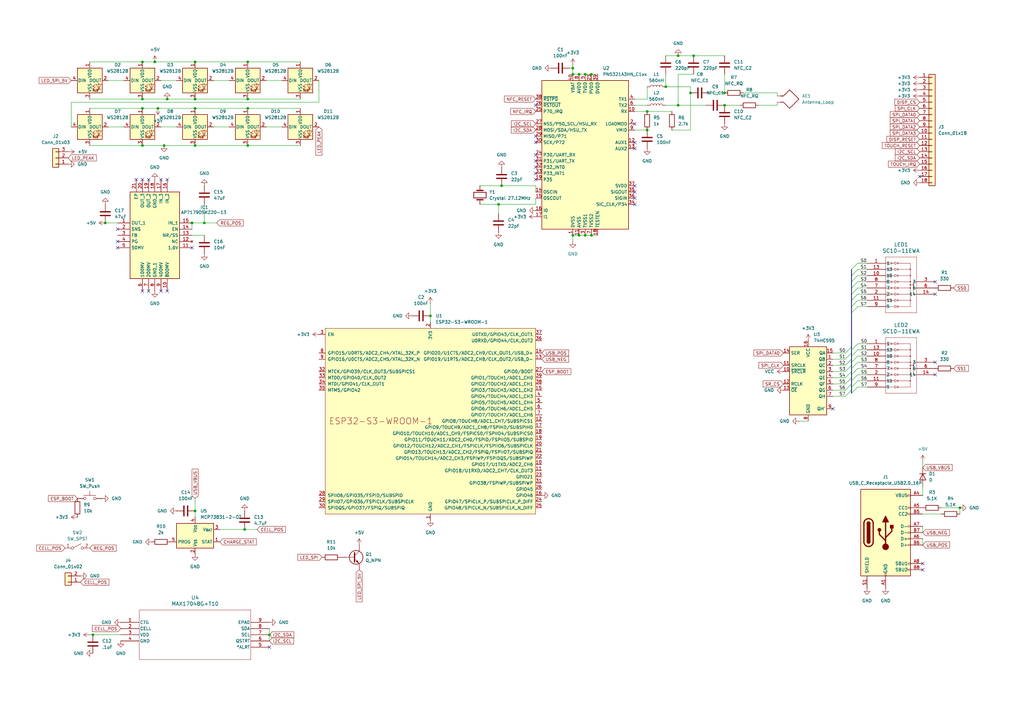
<source format=kicad_sch>
(kicad_sch (version 20250114) (generator "eeschema") (generator_version "9.0")
  (paper "A3")
  (title_block (title "Beacons") (date "2025-07-26") (rev "1.0") (company "Purdue Hackers") (comment 1 "Jack Hogan"))
  (junction (at 278.13 43.18))
  (junction (at 297.18 38.1))
  (junction (at 242.57 96.52))
  (junction (at 58.42 59.69))
  (junction (at 101.6 44.45))
  (junction (at 278.13 22.86))
  (junction (at 265.43 53.34))
  (junction (at 80.01 25.4))
  (junction (at 176.53 129.54))
  (junction (at 393.7 208.28))
  (junction (at 64.77 44.45))
  (junction (at 204.47 83.82))
  (junction (at 83.82 91.44))
  (junction (at 234.95 96.52))
  (junction (at 234.95 30.48))
  (junction (at 237.49 30.48))
  (junction (at 78.74 91.44))
  (junction (at 265.43 45.72))
  (junction (at 110.49 260.35))
  (junction (at 205.74 76.2))
  (junction (at 297.18 43.18))
  (junction (at 58.42 44.45))
  (junction (at 242.57 30.48))
  (junction (at 80.01 209.55))
  (junction (at 80.01 40.64))
  (junction (at 101.6 59.69))
  (junction (at 234.95 27.94))
  (junction (at 100.33 217.17))
  (junction (at 68.58 40.64))
  (junction (at 284.48 22.86))
  (junction (at 58.42 40.64))
  (junction (at 101.6 40.64))
  (junction (at 67.31 59.69))
  (junction (at 237.49 96.52))
  (junction (at 240.03 30.48))
  (junction (at 101.6 25.4))
  (junction (at 38.1 260.35))
  (junction (at 80.01 44.45))
  (junction (at 43.18 91.44))
  (junction (at 80.01 59.69))
  (junction (at 240.03 96.52))
  (junction (at 58.42 25.4))
  (junction (at 63.5 25.4))
  (junction (at 273.05 35.56))
  (junction (at 283.21 38.1))
  (no_connect (at 219.71 73.66))
  (no_connect (at 260.35 50.8))
  (no_connect (at 378.46 231.14))
  (no_connect (at 60.96 73.66))
  (no_connect (at 48.26 93.98))
  (no_connect (at 219.71 71.12))
  (no_connect (at 60.96 119.38))
  (no_connect (at 58.42 73.66))
  (no_connect (at 377.19 72.39))
  (no_connect (at 110.49 265.43))
  (no_connect (at 219.71 55.88))
  (no_connect (at 383.54 120.65))
  (no_connect (at 66.04 119.38))
  (no_connect (at 260.35 76.2))
  (no_connect (at 378.46 233.68))
  (no_connect (at 55.88 73.66))
  (no_connect (at 219.71 58.42))
  (no_connect (at 48.26 99.06))
  (no_connect (at 66.04 73.66))
  (no_connect (at 219.71 68.58))
  (no_connect (at 58.42 119.38))
  (no_connect (at 260.35 60.96))
  (no_connect (at 219.71 66.04))
  (no_connect (at 68.58 119.38))
  (no_connect (at 219.71 43.18))
  (no_connect (at 78.74 101.6))
  (no_connect (at 260.35 78.74))
  (no_connect (at 68.58 73.66))
  (no_connect (at 260.35 81.28))
  (no_connect (at 260.35 58.42))
  (no_connect (at 383.54 153.67))
  (no_connect (at 219.71 63.5))
  (no_connect (at 341.63 167.64))
  (no_connect (at 48.26 101.6))
  (no_connect (at 383.54 148.59))
  (no_connect (at 260.35 83.82))
  (no_connect (at 383.54 115.57))
  (bus_entry (at 349.25 161.29) (size 2.54 -2.54))
  (bus_entry (at 349.25 123.19) (size 2.54 -2.54))
  (bus_entry (at 349.25 152.4) (size -2.54 2.54))
  (bus_entry (at 349.25 154.94) (size -2.54 2.54))
  (bus_entry (at 349.25 144.78) (size -2.54 2.54))
  (bus_entry (at 349.25 115.57) (size 2.54 -2.54))
  (bus_entry (at 349.25 149.86) (size -2.54 2.54))
  (bus_entry (at 349.25 128.27) (size 2.54 -2.54))
  (bus_entry (at 349.25 153.67) (size 2.54 -2.54))
  (bus_entry (at 349.25 160.02) (size -2.54 2.54))
  (bus_entry (at 349.25 143.51) (size 2.54 -2.54))
  (bus_entry (at 349.25 147.32) (size -2.54 2.54))
  (bus_entry (at 349.25 120.65) (size 2.54 -2.54))
  (bus_entry (at 349.25 148.59) (size 2.54 -2.54))
  (bus_entry (at 349.25 156.21) (size 2.54 -2.54))
  (bus_entry (at 349.25 125.73) (size 2.54 -2.54))
  (bus_entry (at 349.25 151.13) (size 2.54 -2.54))
  (bus_entry (at 349.25 118.11) (size 2.54 -2.54))
  (bus_entry (at 349.25 158.75) (size 2.54 -2.54))
  (bus_entry (at 349.25 113.03) (size 2.54 -2.54))
  (bus_entry (at 349.25 110.49) (size 2.54 -2.54))
  (bus_entry (at 349.25 157.48) (size -2.54 2.54))
  (bus_entry (at 349.25 146.05) (size 2.54 -2.54))
  (bus_entry (at 349.25 142.24) (size -2.54 2.54))
  (bus (pts (xy 349.25 158.75) (xy 349.25 160.02)))
  (wire (pts (xy 63.5 25.4) (xy 80.01 25.4)))
  (wire (pts (xy 234.95 30.48) (xy 237.49 30.48)))
  (wire (pts (xy 242.57 96.52) (xy 245.11 96.52)))
  (wire (pts (xy 38.1 260.35) (xy 49.53 260.35)))
  (wire (pts (xy 290.83 38.1) (xy 297.18 38.1)))
  (wire (pts (xy 83.82 83.82) (xy 83.82 91.44)))
  (wire (pts (xy 242.57 30.48) (xy 245.11 30.48)))
  (wire (pts (xy 101.6 25.4) (xy 123.19 25.4)))
  (wire (pts (xy 36.83 59.69) (xy 58.42 59.69)))
  (wire (pts (xy 80.01 40.64) (xy 101.6 40.64)))
  (wire (pts (xy 130.81 33.02) (xy 130.81 41.91)))
  (wire (pts (xy 351.79 115.57) (xy 355.6 115.57)))
  (wire (pts (xy 36.83 44.45) (xy 58.42 44.45)))
  (wire (pts (xy 36.83 260.35) (xy 38.1 260.35)))
  (wire (pts (xy 283.21 38.1) (xy 283.21 35.56)))
  (wire (pts (xy 351.79 125.73) (xy 355.6 125.73)))
  (wire (pts (xy 297.18 30.48) (xy 297.18 38.1)))
  (wire (pts (xy 219.71 83.82) (xy 204.47 83.82)))
  (wire (pts (xy 204.47 83.82) (xy 196.85 83.82)))
  (wire (pts (xy 265.43 45.72) (xy 275.59 45.72)))
  (wire (pts (xy 278.13 30.48) (xy 284.48 30.48)))
  (wire (pts (xy 260.35 40.64) (xy 265.43 40.64)))
  (wire (pts (xy 341.63 144.78) (xy 346.71 144.78)))
  (wire (pts (xy 58.42 59.69) (xy 67.31 59.69)))
  (wire (pts (xy 87.63 52.07) (xy 93.98 52.07)))
  (wire (pts (xy 260.35 53.34) (xy 265.43 53.34)))
  (bus (pts (xy 349.25 118.11) (xy 349.25 120.65)))
  (wire (pts (xy 386.08 208.28) (xy 393.7 208.28)))
  (wire (pts (xy 378.46 220.98) (xy 378.46 223.52)))
  (wire (pts (xy 283.21 53.34) (xy 283.21 38.1)))
  (wire (pts (xy 351.79 110.49) (xy 355.6 110.49)))
  (wire (pts (xy 219.71 81.28) (xy 219.71 83.82)))
  (wire (pts (xy 351.79 118.11) (xy 355.6 118.11)))
  (bus (pts (xy 349.25 149.86) (xy 349.25 151.13)))
  (wire (pts (xy 237.49 30.48) (xy 240.03 30.48)))
  (wire (pts (xy 378.46 199.39) (xy 378.46 203.2)))
  (wire (pts (xy 80.01 204.47) (xy 80.01 209.55)))
  (wire (pts (xy 44.45 52.07) (xy 50.8 52.07)))
  (bus (pts (xy 349.25 148.59) (xy 349.25 149.86)))
  (wire (pts (xy 80.01 25.4) (xy 101.6 25.4)))
  (bus (pts (xy 349.25 153.67) (xy 349.25 154.94)))
  (wire (pts (xy 318.77 43.18) (xy 318.77 41.91)))
  (wire (pts (xy 260.35 45.72) (xy 265.43 45.72)))
  (wire (pts (xy 278.13 22.86) (xy 284.48 22.86)))
  (wire (pts (xy 378.46 189.23) (xy 378.46 191.77)))
  (wire (pts (xy 43.18 91.44) (xy 48.26 91.44)))
  (wire (pts (xy 304.8 38.1) (xy 318.77 38.1)))
  (wire (pts (xy 58.42 40.64) (xy 68.58 40.64)))
  (wire (pts (xy 130.81 41.91) (xy 29.21 41.91)))
  (wire (pts (xy 341.63 157.48) (xy 346.71 157.48)))
  (wire (pts (xy 234.95 26.67) (xy 234.95 27.94)))
  (wire (pts (xy 80.01 209.55) (xy 80.01 212.09)))
  (wire (pts (xy 196.85 76.2) (xy 205.74 76.2)))
  (wire (pts (xy 80.01 59.69) (xy 101.6 59.69)))
  (wire (pts (xy 110.49 257.81) (xy 110.49 260.35)))
  (wire (pts (xy 351.79 146.05) (xy 355.6 146.05)))
  (wire (pts (xy 78.74 96.52) (xy 83.82 96.52)))
  (wire (pts (xy 100.33 217.17) (xy 90.17 217.17)))
  (wire (pts (xy 29.21 41.91) (xy 29.21 52.07)))
  (wire (pts (xy 83.82 91.44) (xy 78.74 91.44)))
  (wire (pts (xy 341.63 147.32) (xy 346.71 147.32)))
  (wire (pts (xy 105.41 217.17) (xy 100.33 217.17)))
  (wire (pts (xy 351.79 107.95) (xy 355.6 107.95)))
  (wire (pts (xy 205.74 76.2) (xy 219.71 76.2)))
  (wire (pts (xy 101.6 59.69) (xy 123.19 59.69)))
  (wire (pts (xy 351.79 143.51) (xy 355.6 143.51)))
  (bus (pts (xy 349.25 160.02) (xy 349.25 161.29)))
  (bus (pts (xy 349.25 115.57) (xy 349.25 118.11)))
  (wire (pts (xy 351.79 158.75) (xy 355.6 158.75)))
  (bus (pts (xy 349.25 156.21) (xy 349.25 157.48)))
  (wire (pts (xy 67.31 59.69) (xy 80.01 59.69)))
  (bus (pts (xy 349.25 120.65) (xy 349.25 123.19)))
  (wire (pts (xy 101.6 44.45) (xy 123.19 44.45)))
  (wire (pts (xy 260.35 43.18) (xy 265.43 43.18)))
  (wire (pts (xy 58.42 25.4) (xy 63.5 25.4)))
  (wire (pts (xy 351.79 156.21) (xy 355.6 156.21)))
  (wire (pts (xy 234.95 96.52) (xy 237.49 96.52)))
  (wire (pts (xy 351.79 151.13) (xy 355.6 151.13)))
  (wire (pts (xy 68.58 40.64) (xy 80.01 40.64)))
  (wire (pts (xy 341.63 162.56) (xy 346.71 162.56)))
  (bus (pts (xy 349.25 152.4) (xy 349.25 153.67)))
  (wire (pts (xy 204.47 87.63) (xy 204.47 83.82)))
  (wire (pts (xy 393.7 208.28) (xy 393.7 210.82)))
  (wire (pts (xy 278.13 43.18) (xy 289.56 43.18)))
  (wire (pts (xy 297.18 43.18) (xy 303.53 43.18)))
  (wire (pts (xy 351.79 120.65) (xy 355.6 120.65)))
  (wire (pts (xy 101.6 40.64) (xy 123.19 40.64)))
  (wire (pts (xy 66.04 52.07) (xy 72.39 52.07)))
  (bus (pts (xy 349.25 113.03) (xy 349.25 115.57)))
  (bus (pts (xy 349.25 147.32) (xy 349.25 148.59)))
  (wire (pts (xy 78.74 91.44) (xy 78.74 93.98)))
  (bus (pts (xy 349.25 157.48) (xy 349.25 158.75)))
  (wire (pts (xy 275.59 53.34) (xy 283.21 53.34)))
  (wire (pts (xy 234.95 27.94) (xy 234.95 30.48)))
  (wire (pts (xy 109.22 33.02) (xy 115.57 33.02)))
  (wire (pts (xy 66.04 33.02) (xy 72.39 33.02)))
  (wire (pts (xy 110.49 260.35) (xy 110.49 262.89)))
  (wire (pts (xy 327.66 172.72) (xy 331.47 172.72)))
  (bus (pts (xy 349.25 151.13) (xy 349.25 152.4)))
  (wire (pts (xy 176.53 129.54) (xy 176.53 132.08)))
  (wire (pts (xy 88.9 91.44) (xy 83.82 91.44)))
  (wire (pts (xy 284.48 22.86) (xy 297.18 22.86)))
  (wire (pts (xy 378.46 210.82) (xy 386.08 210.82)))
  (wire (pts (xy 341.63 149.86) (xy 346.71 149.86)))
  (wire (pts (xy 44.45 33.02) (xy 50.8 33.02)))
  (wire (pts (xy 237.49 96.52) (xy 240.03 96.52)))
  (wire (pts (xy 176.53 124.46) (xy 176.53 129.54)))
  (wire (pts (xy 311.15 43.18) (xy 318.77 43.18)))
  (wire (pts (xy 240.03 30.48) (xy 242.57 30.48)))
  (bus (pts (xy 349.25 142.24) (xy 349.25 143.51)))
  (wire (pts (xy 351.79 153.67) (xy 355.6 153.67)))
  (wire (pts (xy 233.68 27.94) (xy 234.95 27.94)))
  (bus (pts (xy 349.25 125.73) (xy 349.25 128.27)))
  (wire (pts (xy 273.05 43.18) (xy 278.13 43.18)))
  (wire (pts (xy 36.83 40.64) (xy 58.42 40.64)))
  (wire (pts (xy 36.83 25.4) (xy 58.42 25.4)))
  (bus (pts (xy 349.25 144.78) (xy 349.25 146.05)))
  (bus (pts (xy 349.25 143.51) (xy 349.25 144.78)))
  (bus (pts (xy 349.25 123.19) (xy 349.25 125.73)))
  (wire (pts (xy 341.63 160.02) (xy 346.71 160.02)))
  (wire (pts (xy 278.13 43.18) (xy 278.13 30.48)))
  (wire (pts (xy 351.79 123.19) (xy 355.6 123.19)))
  (bus (pts (xy 349.25 110.49) (xy 349.25 113.03)))
  (wire (pts (xy 283.21 35.56) (xy 273.05 35.56)))
  (wire (pts (xy 265.43 40.64) (xy 265.43 35.56)))
  (wire (pts (xy 240.03 96.52) (xy 242.57 96.52)))
  (bus (pts (xy 349.25 154.94) (xy 349.25 156.21)))
  (wire (pts (xy 351.79 140.97) (xy 355.6 140.97)))
  (wire (pts (xy 318.77 38.1) (xy 318.77 39.37)))
  (wire (pts (xy 64.77 44.45) (xy 80.01 44.45)))
  (wire (pts (xy 341.63 154.94) (xy 346.71 154.94)))
  (wire (pts (xy 234.95 99.06) (xy 234.95 96.52)))
  (wire (pts (xy 273.05 22.86) (xy 278.13 22.86)))
  (wire (pts (xy 58.42 44.45) (xy 64.77 44.45)))
  (wire (pts (xy 378.46 215.9) (xy 378.46 218.44)))
  (wire (pts (xy 351.79 113.03) (xy 355.6 113.03)))
  (wire (pts (xy 219.71 76.2) (xy 219.71 78.74)))
  (wire (pts (xy 80.01 44.45) (xy 101.6 44.45)))
  (bus (pts (xy 349.25 146.05) (xy 349.25 147.32)))
  (wire (pts (xy 273.05 30.48) (xy 273.05 35.56)))
  (wire (pts (xy 87.63 33.02) (xy 93.98 33.02)))
  (wire (pts (xy 341.63 152.4) (xy 346.71 152.4)))
  (wire (pts (xy 109.22 52.07) (xy 115.57 52.07)))
  (bus (pts (xy 349.25 128.27) (xy 349.25 142.24)))
  (wire (pts (xy 351.79 148.59) (xy 355.6 148.59)))
  (label "S7" (at 352.8978 125.73 0))
  (label "S4" (at 353.06 151.13 0))
  (label "S3" (at 353.06 148.59 0))
  (label "S1" (at 344.17 147.32 0))
  (label "S7" (at 353.06 158.75 0))
  (label "S5" (at 344.17 157.48 0))
  (label "S6" (at 344.17 160.02 0))
  (label "S1" (at 353.06 143.51 0))
  (label "S2" (at 352.8978 113.03 0))
  (label "S6" (at 353.06 156.21 0))
  (label "S4" (at 352.8978 118.11 0))
  (label "S0" (at 344.17 144.78 0))
  (label "S7" (at 344.17 162.56 0))
  (label "S3" (at 352.8978 115.57 0))
  (label "S4" (at 344.17 154.94 0))
  (label "S2" (at 353.06 146.05 0))
  (label "S0" (at 353.06 140.97 0))
  (label "S6" (at 352.8978 123.19 0))
  (label "S2" (at 344.17 149.86 0))
  (label "S5" (at 353.06 153.67 0))
  (label "S3" (at 344.17 152.4 0))
  (label "S5" (at 352.8978 120.65 0))
  (label "S1" (at 352.8978 110.49 0))
  (label "S0" (at 352.8978 107.95 0))
  (global_label "SPI_CLK" (shape input) (at 321.31 149.86 180) (property "Intersheetrefs" "${INTERSHEET_REFS}" (effects (hide yes))))
  (global_label "I2C_SDA" (shape input) (at 110.49 260.35 0) (property "Intersheetrefs" "${INTERSHEET_REFS}" (effects (hide yes))))
  (global_label "DISP_RESET" (shape input) (at 377.19 57.15 180) (property "Intersheetrefs" "${INTERSHEET_REFS}" (effects (hide yes))))
  (global_label "USB_POS" (shape input) (at 222.25 144.78 0) (property "Intersheetrefs" "${INTERSHEET_REFS}" (effects (hide yes))))
  (global_label "ESP_BOOT" (shape input) (at 222.25 152.4 0) (property "Intersheetrefs" "${INTERSHEET_REFS}" (effects (hide yes))))
  (global_label "SPI_DATA2" (shape input) (at 377.19 52.07 180) (property "Intersheetrefs" "${INTERSHEET_REFS}" (effects (hide yes))))
  (global_label "SR_CS" (shape input) (at 321.31 157.48 180) (property "Intersheetrefs" "${INTERSHEET_REFS}" (effects (hide yes))))
  (global_label "LED_SPI_5V" (shape input) (at 147.32 233.68 270) (property "Intersheetrefs" "${INTERSHEET_REFS}" (effects (hide yes))))
  (global_label "CHARGE_STAT" (shape input) (at 90.17 222.25 0) (property "Intersheetrefs" "${INTERSHEET_REFS}" (effects (hide yes))))
  (global_label "LED_SPI_5V" (shape input) (at 29.21 33.02 180) (property "Intersheetrefs" "${INTERSHEET_REFS}" (effects (hide yes))))
  (global_label "I2C_SCL" (shape input) (at 110.49 262.89 0) (property "Intersheetrefs" "${INTERSHEET_REFS}" (effects (hide yes))))
  (global_label "USB_NEG" (shape input) (at 222.25 147.32 0) (property "Intersheetrefs" "${INTERSHEET_REFS}" (effects (hide yes))))
  (global_label "USB_VBUS" (shape input) (at 80.01 204.47 90) (property "Intersheetrefs" "${INTERSHEET_REFS}" (effects (hide yes))))
  (global_label "SPI_DATA0" (shape input) (at 377.19 46.99 180) (property "Intersheetrefs" "${INTERSHEET_REFS}" (effects (hide yes))))
  (global_label "NFC_IRQ" (shape input) (at 219.71 45.72 180) (property "Intersheetrefs" "${INTERSHEET_REFS}" (effects (hide yes))))
  (global_label "CELL_POS" (shape input) (at 33.02 238.76 0) (property "Intersheetrefs" "${INTERSHEET_REFS}" (effects (hide yes))))
  (global_label "I2C_SDA" (shape input) (at 219.71 53.34 180) (property "Intersheetrefs" "${INTERSHEET_REFS}" (effects (hide yes))))
  (global_label "CELL_POS" (shape input) (at 26.67 224.79 180) (property "Intersheetrefs" "${INTERSHEET_REFS}" (effects (hide yes))))
  (global_label "USB_VBUS" (shape input) (at 378.46 191.77 0) (property "Intersheetrefs" "${INTERSHEET_REFS}" (effects (hide yes))))
  (global_label "TOUCH_IRQ" (shape input) (at 377.19 67.31 180) (property "Intersheetrefs" "${INTERSHEET_REFS}" (effects (hide yes))))
  (global_label "CELL_POS" (shape input) (at 49.53 257.81 180) (property "Intersheetrefs" "${INTERSHEET_REFS}" (effects (hide yes))))
  (global_label "USB_NEG" (shape input) (at 378.46 218.44 0) (property "Intersheetrefs" "${INTERSHEET_REFS}" (effects (hide yes))))
  (global_label "REG_POS" (shape input) (at 36.83 224.79 0) (property "Intersheetrefs" "${INTERSHEET_REFS}" (effects (hide yes))))
  (global_label "ESP_BOOT" (shape input) (at 31.75 204.47 180) (property "Intersheetrefs" "${INTERSHEET_REFS}" (effects (hide yes))))
  (global_label "NFC_RESET" (shape input) (at 219.71 40.64 180) (property "Intersheetrefs" "${INTERSHEET_REFS}" (effects (hide yes))))
  (global_label "USB_POS" (shape input) (at 378.46 223.52 0) (property "Intersheetrefs" "${INTERSHEET_REFS}" (effects (hide yes))))
  (global_label "SPI_DATA3" (shape input) (at 377.19 54.61 180) (property "Intersheetrefs" "${INTERSHEET_REFS}" (effects (hide yes))))
  (global_label "REG_POS" (shape input) (at 88.9 91.44 0) (property "Intersheetrefs" "${INTERSHEET_REFS}" (effects (hide yes))))
  (global_label "TOUCH_RESET" (shape input) (at 377.19 59.69 180) (property "Intersheetrefs" "${INTERSHEET_REFS}" (effects (hide yes))))
  (global_label "CELL_POS" (shape input) (at 105.41 217.17 0) (property "Intersheetrefs" "${INTERSHEET_REFS}" (effects (hide yes))))
  (global_label "DISP_CS" (shape input) (at 377.19 41.91 180) (property "Intersheetrefs" "${INTERSHEET_REFS}" (effects (hide yes))))
  (global_label "I2C_SCL" (shape input) (at 377.19 62.23 180) (property "Intersheetrefs" "${INTERSHEET_REFS}" (effects (hide yes))))
  (global_label "SPI_DATA0" (shape input) (at 321.31 144.78 180) (property "Intersheetrefs" "${INTERSHEET_REFS}" (effects (hide yes))))
  (global_label "SPI_CLK" (shape input) (at 377.19 44.45 180) (property "Intersheetrefs" "${INTERSHEET_REFS}" (effects (hide yes))))
  (global_label "I2C_SDA" (shape input) (at 377.19 64.77 180) (property "Intersheetrefs" "${INTERSHEET_REFS}" (effects (hide yes))))
  (global_label "SS0" (shape input) (at 391.16 118.11 0) (property "Intersheetrefs" "${INTERSHEET_REFS}" (effects (hide yes))))
  (global_label "LED_SPI" (shape input) (at 132.08 228.6 180) (property "Intersheetrefs" "${INTERSHEET_REFS}" (effects (hide yes))))
  (global_label "SPI_DATA1" (shape input) (at 377.19 49.53 180) (property "Intersheetrefs" "${INTERSHEET_REFS}" (effects (hide yes))))
  (global_label "LED_PEAK" (shape input) (at 27.94 64.77 0) (property "Intersheetrefs" "${INTERSHEET_REFS}" (effects (hide yes))))
  (global_label "LED_PEAK" (shape input) (at 130.81 52.07 270) (property "Intersheetrefs" "${INTERSHEET_REFS}" (effects (hide yes))))
  (global_label "I2C_SCL" (shape input) (at 219.71 50.8 180) (property "Intersheetrefs" "${INTERSHEET_REFS}" (effects (hide yes))))
  (global_label "SS1" (shape input) (at 391.16 151.13 0) (property "Intersheetrefs" "${INTERSHEET_REFS}" (effects (hide yes))))
  (symbol (lib_id "LED:WS2812B") (at 36.83 33.02 0) (unit 1)
    (property "Reference" "D2" (at 48.26 26.5998 0))
    (property "Value" "WS2812B" (at 48.26 29.1398 0))
    (property "Footprint" "LED_SMD:LED_WS2812B_PLCC4_5.0x5.0mm_P3.2mm" (effects (hide yes)))
    (property "Datasheet" "https://cdn-shop.adafruit.com/datasheets/WS2812B.pdf" (effects (hide yes)))
    (property "Description" "RGB LED with integrated controller" (effects (hide yes)))
  )
  (symbol (lib_id "power:+5V") (at 27.94 62.23 270) (unit 1)
    (property "Reference" "#PWR016" (effects (hide yes)))
    (property "Value" "+5V" (at 31.75 62.2299 90) (effects (justify left)))
    (property "Description" "Power symbol creates a global label with name \"+5V\"" (effects (hide yes)))
  )
  (symbol (lib_id "Device:C") (at 83.82 100.33 180) (unit 1)
    (property "Reference" "C16" (at 87.63 99.0599 0) (effects (justify right)))
    (property "Value" "10nF" (at 87.63 101.5999 0) (effects (justify right)))
    (property "Footprint" "Capacitor_SMD:C_0402_1005Metric" (effects (hide yes)))
    (property "Description" "Unpolarized capacitor" (effects (hide yes)))
  )
  (symbol (lib_id "power:GND") (at 234.95 99.06 0) (unit 1)
    (property "Reference" "#PWR024" (effects (hide yes)))
    (property "Value" "GND" (at 234.95 104.14 0))
    (property "Description" "Power symbol creates a global label with name \"GND\" , ground" (effects (hide yes)))
  )
  (symbol (lib_id "power:GND") (at 49.53 255.27 270) (unit 1)
    (property "Reference" "#PWR039" (effects (hide yes)))
    (property "Value" "GND" (at 45.72 255.2699 90) (effects (justify right)))
    (property "Description" "Power symbol creates a global label with name \"GND\" , ground" (effects (hide yes)))
  )
  (symbol (lib_id "Device:R") (at 66.04 222.25 90) (unit 1)
    (property "Reference" "R10" (at 66.04 215.9 90))
    (property "Value" "2k" (at 66.04 218.44 90))
    (property "Footprint" "Resistor_SMD:R_0402_1005Metric" (effects (hide yes)))
    (property "Description" "Resistor" (effects (hide yes)))
  )
  (symbol (lib_id "Device:Q_NPN") (at 144.78 228.6 0) (unit 1)
    (property "Reference" "Q1" (at 149.86 227.3299 0) (effects (justify left)))
    (property "Value" "Q_NPN" (at 149.86 229.8699 0) (effects (justify left)))
    (property "Description" "NPN bipolar junction transistor" (effects (hide yes)))
  )
  (symbol (lib_id "power:+5V") (at 43.18 91.44 90) (unit 1)
    (property "Reference" "#PWR054" (effects (hide yes)))
    (property "Value" "+5V" (at 39.37 91.4399 90) (effects (justify left)))
    (property "Description" "Power symbol creates a global label with name \"+5V\"" (effects (hide yes)))
  )
  (symbol (lib_id "power:GND") (at 278.13 22.86 180) (unit 1)
    (property "Reference" "#PWR033" (effects (hide yes)))
    (property "Value" "GND" (at 278.13 17.78 0))
    (property "Description" "Power symbol creates a global label with name \"GND\" , ground" (effects (hide yes)))
  )
  (symbol (lib_id "power:+3V3") (at 377.19 31.75 90) (unit 1)
    (property "Reference" "#PWR018" (effects (hide yes)))
    (property "Value" "+3V3" (at 373.38 31.7499 90) (effects (justify left)))
    (property "Description" "Power symbol creates a global label with name \"+3V3\"" (effects (hide yes)))
  )
  (symbol (lib_id "power:GND") (at 43.18 83.82 180) (unit 1)
    (property "Reference" "#PWR053" (effects (hide yes)))
    (property "Value" "GND" (at 43.18 78.74 0))
    (property "Description" "Power symbol creates a global label with name \"GND\" , ground" (effects (hide yes)))
  )
  (symbol (lib_id "Device:C") (at 100.33 213.36 0) (unit 1)
    (property "Reference" "C13" (at 104.14 212.0899 0) (effects (justify left)))
    (property "Value" "4.7uF" (at 104.14 214.6299 0) (effects (justify left)))
    (property "Footprint" "Capacitor_SMD:C_0402_1005Metric" (effects (hide yes)))
    (property "Description" "Unpolarized capacitor" (effects (hide yes)))
  )
  (symbol (lib_id "LED:WS2812B") (at 36.83 52.07 0) (unit 1)
    (property "Reference" "D7" (at 48.26 45.6498 0))
    (property "Value" "WS2812B" (at 48.26 48.1898 0))
    (property "Footprint" "LED_SMD:LED_WS2812B_PLCC4_5.0x5.0mm_P3.2mm" (effects (hide yes)))
    (property "Datasheet" "https://cdn-shop.adafruit.com/datasheets/WS2812B.pdf" (effects (hide yes)))
    (property "Description" "RGB LED with integrated controller" (effects (hide yes)))
  )
  (symbol (lib_id "power:GND") (at 67.31 59.69 0) (unit 1)
    (property "Reference" "#PWR012" (effects (hide yes)))
    (property "Value" "GND" (at 67.31 64.77 0))
    (property "Description" "Power symbol creates a global label with name \"GND\" , ground" (effects (hide yes)))
  )
  (symbol (lib_id "power:GND") (at 83.82 76.2 180) (unit 1)
    (property "Reference" "#PWR049" (effects (hide yes)))
    (property "Value" "GND" (at 83.82 71.12 0))
    (property "Description" "Power symbol creates a global label with name \"GND\" , ground" (effects (hide yes)))
  )
  (symbol (lib_id "power:+3V3") (at 377.19 39.37 90) (unit 1)
    (property "Reference" "#PWR021" (effects (hide yes)))
    (property "Value" "+3V3" (at 373.38 39.3699 90) (effects (justify left)))
    (property "Description" "Power symbol creates a global label with name \"+3V3\"" (effects (hide yes)))
  )
  (symbol (lib_id "Device:R") (at 265.43 49.53 0) (unit 1)
    (property "Reference" "R5" (at 267.97 48.2599 0) (effects (justify left)))
    (property "Value" "1k" (at 267.97 50.7999 0) (effects (justify left)))
    (property "Footprint" "Resistor_SMD:R_0402_1005Metric" (effects (hide yes)))
    (property "Description" "Resistor" (effects (hide yes)))
  )
  (symbol (lib_id "RF_NFC:PN5321A3HN_C1xx") (at 240.03 63.5 0) (unit 1)
    (property "Reference" "U2" (at 247.2533 27.94 0) (effects (justify left)))
    (property "Value" "PN5321A3HN_C1xx" (at 247.2533 30.48 0) (effects (justify left)))
    (property "Footprint" "Package_DFN_QFN:HVQFN-40-1EP_6x6mm_P0.5mm_EP4.1x4.1mm" (effects (hide yes)))
    (property "Datasheet" "https://www.nxp.com/docs/en/nxp/data-sheets/PN532_C1.pdf" (effects (hide yes)))
    (property "Description" "Near Field Communication (NFC) controller, QFN-40" (effects (hide yes)))
  )
  (symbol (lib_id "SevenSegment:SC10-11EWA") (at 355.6 140.97 0) (unit 1)
    (property "Reference" "LED2" (at 369.57 133.35 0) (effects (font (size 1.524 1.524))))
    (property "Value" "SC10-11EWA" (at 369.57 135.89 0) (effects (font (size 1.524 1.524))))
    (property "Footprint" "footprints:SC10-11EWA_KNB" (effects (hide yes)))
    (property "Datasheet" "SC10-11EWA" (effects (hide yes)))
  )
  (symbol (lib_id "Device:C") (at 293.37 43.18 90) (unit 1)
    (property "Reference" "C9" (at 293.37 35.56 90))
    (property "Value" "NFC_C1" (at 293.37 38.1 90))
    (property "Footprint" "Capacitor_SMD:C_0402_1005Metric" (effects (hide yes)))
    (property "Description" "Unpolarized capacitor" (effects (hide yes)))
  )
  (symbol (lib_id "Device:R") (at 31.75 208.28 0) (unit 1)
    (property "Reference" "R9" (at 34.29 207.0099 0) (effects (justify left)))
    (property "Value" "10k" (at 34.29 209.5499 0) (effects (justify left)))
    (property "Footprint" "Resistor_SMD:R_0402_1005Metric" (effects (hide yes)))
    (property "Description" "Resistor" (effects (hide yes)))
  )
  (symbol (lib_id "power:GND") (at 27.94 67.31 90) (unit 1)
    (property "Reference" "#PWR017" (effects (hide yes)))
    (property "Value" "GND" (at 31.75 67.3099 90) (effects (justify right)))
    (property "Description" "Power symbol creates a global label with name \"GND\" , ground" (effects (hide yes)))
  )
  (symbol (lib_id "Device:R") (at 135.89 228.6 90) (unit 1)
    (property "Reference" "R11" (at 135.89 222.25 90))
    (property "Value" "10k" (at 135.89 224.79 90))
    (property "Footprint" "Resistor_SMD:R_0402_1005Metric" (effects (hide yes)))
    (property "Description" "Resistor" (effects (hide yes)))
  )
  (symbol (lib_id "power:GND") (at 265.43 60.96 0) (unit 1)
    (property "Reference" "#PWR032" (effects (hide yes)))
    (property "Value" "GND" (at 265.43 66.04 0))
    (property "Description" "Power symbol creates a global label with name \"GND\" , ground" (effects (hide yes)))
  )
  (symbol (lib_id "power:+5V") (at 64.77 44.45 180) (unit 1)
    (property "Reference" "#PWR015" (effects (hide yes)))
    (property "Value" "+5V" (at 64.77 49.53 0))
    (property "Description" "Power symbol creates a global label with name \"+5V\"" (effects (hide yes)))
  )
  (symbol (lib_id "power:+3V3") (at 130.81 137.16 90) (unit 1)
    (property "Reference" "#PWR029" (effects (hide yes)))
    (property "Value" "+3V3" (at 127 137.1599 90) (effects (justify left)))
    (property "Description" "Power symbol creates a global label with name \"+3V3\"" (effects (hide yes)))
  )
  (symbol (lib_id "power:GND") (at 222.25 203.2 90) (unit 1)
    (property "Reference" "#PWR035" (effects (hide yes)))
    (property "Value" "GND" (at 226.06 203.1999 90) (effects (justify right)))
    (property "Description" "Power symbol creates a global label with name \"GND\" , ground" (effects (hide yes)))
  )
  (symbol (lib_id "power:GND") (at 63.5 119.38 0) (unit 1)
    (property "Reference" "#PWR050" (effects (hide yes)))
    (property "Value" "GND" (at 63.5 124.46 0))
    (property "Description" "Power symbol creates a global label with name \"GND\" , ground" (effects (hide yes)))
  )
  (symbol (lib_id "power:GND") (at 327.66 172.72 270) (unit 1)
    (property "Reference" "#PWR02" (effects (hide yes)))
    (property "Value" "GND" (at 323.85 172.7199 90) (effects (justify right)))
    (property "Description" "Power symbol creates a global label with name \"GND\" , ground" (effects (hide yes)))
  )
  (symbol (lib_id "Device:C") (at 297.18 46.99 0) (unit 1)
    (property "Reference" "C10" (at 300.99 45.7199 0) (effects (justify left)))
    (property "Value" "NFC_C2" (at 300.99 48.2599 0) (effects (justify left)))
    (property "Footprint" "Capacitor_SMD:C_0402_1005Metric" (effects (hide yes)))
    (property "Description" "Unpolarized capacitor" (effects (hide yes)))
  )
  (symbol (lib_id "power:GND") (at 355.6 241.3 0) (unit 1)
    (property "Reference" "#PWR010" (effects (hide yes)))
    (property "Value" "GND" (at 355.6 246.38 0))
    (property "Description" "Power symbol creates a global label with name \"GND\" , ground" (effects (hide yes)))
  )
  (symbol (lib_id "power:VCC") (at 321.31 152.4 90) (unit 1)
    (property "Reference" "#PWR04" (effects (hide yes)))
    (property "Value" "VCC" (at 317.5 152.3999 90) (effects (justify left)))
    (property "Description" "Power symbol creates a global label with name \"VCC\"" (effects (hide yes)))
  )
  (symbol (lib_id "Connector_Generic:Conn_01x03") (at 22.86 64.77 180) (unit 1)
    (property "Reference" "J2" (at 22.86 55.88 0))
    (property "Value" "Conn_01x03" (at 22.86 58.42 0))
    (property "Footprint" "Connector_JST:JST_PH_B3B-PH-K_1x03_P2.00mm_Vertical" (effects (hide yes)))
    (property "Description" "Generic connector, single row, 01x03, script generated (kicad-library-utils/schlib/autogen/connector/)" (effects (hide yes)))
  )
  (symbol (lib_id "Device:Crystal") (at 196.85 80.01 270) (unit 1)
    (property "Reference" "Y1" (at 200.66 78.7399 90) (effects (justify left)))
    (property "Value" "Crystal 27.12MHz" (at 200.66 81.2799 90) (effects (justify left)))
    (property "Description" "Two pin crystal" (effects (hide yes)))
  )
  (symbol (lib_id "Switch:SW_SPST") (at 31.75 224.79 0) (unit 1)
    (property "Reference" "SW2" (at 31.75 218.44 0))
    (property "Value" "SW_SPST" (at 31.75 220.98 0))
    (property "Description" "Single Pole Single Throw (SPST) switch" (effects (hide yes)))
  )
  (symbol (lib_id "power:+5V") (at 147.32 223.52 0) (unit 1)
    (property "Reference" "#PWR048" (effects (hide yes)))
    (property "Value" "+5V" (at 147.32 218.44 0))
    (property "Description" "Power symbol creates a global label with name \"+5V\"" (effects (hide yes)))
  )
  (symbol (lib_id "power:GND") (at 226.06 27.94 270) (unit 1)
    (property "Reference" "#PWR028" (effects (hide yes)))
    (property "Value" "GND" (at 222.25 27.9399 90) (effects (justify right)))
    (property "Description" "Power symbol creates a global label with name \"GND\" , ground" (effects (hide yes)))
  )
  (symbol (lib_id "Device:R") (at 389.89 210.82 90) (unit 1)
    (property "Reference" "R4" (at 389.89 204.47 90))
    (property "Value" "5.1K" (at 389.89 207.01 90))
    (property "Footprint" "Resistor_SMD:R_0402_1005Metric" (effects (hide yes)))
    (property "Description" "Resistor" (effects (hide yes)))
  )
  (symbol (lib_id "battmon:MAX17048G+T10") (at 49.53 255.27 0) (unit 1)
    (property "Reference" "U4" (at 80.01 245.11 0) (effects (font (size 1.524 1.524))))
    (property "Value" "MAX17048G+T10" (at 80.01 247.65 0) (effects (font (size 1.524 1.524))))
    (property "Footprint" "footprints:21-0168E_T822-3_MXM" (effects (hide yes)))
    (property "Datasheet" "MAX17048G+T10" (effects (hide yes)))
  )
  (symbol (lib_id "Device:C") (at 43.18 87.63 0) (unit 1)
    (property "Reference" "C17" (at 46.99 86.3599 0) (effects (justify left)))
    (property "Value" "47uF" (at 46.99 88.8999 0) (effects (justify left)))
    (property "Footprint" "Capacitor_SMD:C_0402_1005Metric" (effects (hide yes)))
    (property "Description" "Unpolarized capacitor" (effects (hide yes)))
  )
  (symbol (lib_id "Device:R") (at 387.35 118.11 90) (unit 1)
    (property "Reference" "R1" (at 387.35 111.76 90))
    (property "Value" "330" (at 387.35 114.3 90))
    (property "Footprint" "Resistor_SMD:R_0402_1005Metric" (effects (hide yes)))
    (property "Description" "Resistor" (effects (hide yes)))
  )
  (symbol (lib_id "Device:C") (at 205.74 72.39 0) (unit 1)
    (property "Reference" "C3" (at 209.55 71.1199 0) (effects (justify left)))
    (property "Value" "22pF" (at 209.55 73.6599 0) (effects (justify left)))
    (property "Footprint" "Capacitor_SMD:C_0402_1005Metric" (effects (hide yes)))
    (property "Description" "Unpolarized capacitor" (effects (hide yes)))
  )
  (symbol (lib_id "Device:C") (at 38.1 264.16 0) (unit 1)
    (property "Reference" "C12" (at 41.91 262.8899 0) (effects (justify left)))
    (property "Value" ".1uF" (at 41.91 265.4299 0) (effects (justify left)))
    (property "Footprint" "Capacitor_SMD:C_0402_1005Metric" (effects (hide yes)))
    (property "Description" "Unpolarized capacitor" (effects (hide yes)))
  )
  (symbol (lib_id "Device:D") (at 378.46 195.58 270) (unit 1)
    (property "Reference" "D1" (at 381 194.3099 90) (effects (justify left)))
    (property "Value" "D" (at 381 196.8499 90) (effects (justify left)))
    (property "Footprint" "Diode_SMD:D_SOD-323" (effects (hide yes)))
    (property "Description" "Diode" (effects (hide yes)))
    (property "Sim.Device" "D" (effects (hide yes)))
    (property "Sim.Pins" "1=K 2=A" (effects (hide yes)))
  )
  (symbol (lib_id "power:+3V3") (at 31.75 212.09 90) (unit 1)
    (property "Reference" "#PWR036" (effects (hide yes)))
    (property "Value" "+3V3" (at 27.94 212.0899 90) (effects (justify left)))
    (property "Description" "Power symbol creates a global label with name \"+3V3\"" (effects (hide yes)))
  )
  (symbol (lib_id "AP7179DSKZ20-13:AP7179DSKZ20-13") (at 48.26 91.44 0) (unit 1)
    (property "Reference" "IC1" (at 83.82 85.0198 0))
    (property "Value" "AP7179DSKZ20-13" (at 83.566 87.122 0))
    (property "Footprint" "QFN50P350X350X80-21N-D" (effects (hide yes)))
    (property "Datasheet" "https://www.diodes.com//assets/Datasheets/AP7179D.pdf" (effects (hide yes)))
    (property "Description" "LDO Voltage Regulators LDO CMOS HiCurr W-QFN3535-20 T&R 5K" (effects (hide yes)))
    (property "Height" "0.8" (effects (hide yes)))
    (property "Manufacturer_Name" "Diodes Incorporated" (effects (hide yes)))
    (property "Manufacturer_Part_Number" "AP7179DSKZ20-13" (effects (hide yes)))
  )
  (symbol (lib_id "Device:R") (at 382.27 208.28 90) (unit 1)
    (property "Reference" "R3" (at 382.27 201.93 90))
    (property "Value" "5.1K" (at 382.27 204.47 90))
    (property "Footprint" "Resistor_SMD:R_0402_1005Metric" (effects (hide yes)))
    (property "Description" "Resistor" (effects (hide yes)))
  )
  (symbol (lib_id "power:GND") (at 393.7 208.28 90) (unit 1)
    (property "Reference" "#PWR08" (effects (hide yes)))
    (property "Value" "GND" (at 397.51 208.2799 90) (effects (justify right)))
    (property "Description" "Power symbol creates a global label with name \"GND\" , ground" (effects (hide yes)))
  )
  (symbol (lib_id "Device:R") (at 275.59 49.53 0) (unit 1)
    (property "Reference" "R6" (at 278.13 48.2599 0) (effects (justify left)))
    (property "Value" "2.7k" (at 278.13 50.7999 0) (effects (justify left)))
    (property "Footprint" "Resistor_SMD:R_0402_1005Metric" (effects (hide yes)))
    (property "Description" "Resistor" (effects (hide yes)))
  )
  (symbol (lib_id "SevenSegment:SC10-11EWA") (at 355.6 107.95 0) (unit 1)
    (property "Reference" "LED1" (at 369.57 100.33 0) (effects (font (size 1.524 1.524))))
    (property "Value" "SC10-11EWA" (at 369.57 102.87 0) (effects (font (size 1.524 1.524))))
    (property "Footprint" "footprints:SC10-11EWA_KNB" (effects (hide yes)))
    (property "Datasheet" "SC10-11EWA" (effects (hide yes)))
  )
  (symbol (lib_id "Device:C") (at 297.18 26.67 0) (unit 1)
    (property "Reference" "C11" (at 300.99 25.3999 0) (effects (justify left)))
    (property "Value" "NFC_C2" (at 300.99 27.9399 0) (effects (justify left)))
    (property "Footprint" "Capacitor_SMD:C_0402_1005Metric" (effects (hide yes)))
    (property "Description" "Unpolarized capacitor" (effects (hide yes)))
  )
  (symbol (lib_id "Device:R") (at 387.35 151.13 90) (unit 1)
    (property "Reference" "R2" (at 387.35 144.78 90))
    (property "Value" "330" (at 387.35 147.32 90))
    (property "Footprint" "Resistor_SMD:R_0402_1005Metric" (effects (hide yes)))
    (property "Description" "Resistor" (effects (hide yes)))
  )
  (symbol (lib_id "power:+3V3") (at 377.19 36.83 90) (unit 1)
    (property "Reference" "#PWR020" (effects (hide yes)))
    (property "Value" "+3V3" (at 373.38 36.8299 90) (effects (justify left)))
    (property "Description" "Power symbol creates a global label with name \"+3V3\"" (effects (hide yes)))
  )
  (symbol (lib_id "74xx:74HC595") (at 331.47 154.94 0) (unit 1)
    (property "Reference" "U3" (at 333.6133 137.16 0) (effects (justify left)))
    (property "Value" "74HC595" (at 333.6133 139.7 0) (effects (justify left)))
    (property "Footprint" "Package_SO:SSOP-16_5.3x6.2mm_P0.65mm" (effects (hide yes)))
    (property "Datasheet" "http://www.ti.com/lit/ds/symlink/sn74hc595.pdf" (effects (hide yes)))
    (property "Description" "8-bit serial in/out Shift Register 3-State Outputs" (effects (hide yes)))
  )
  (symbol (lib_id "Device:C") (at 284.48 26.67 0) (unit 1)
    (property "Reference" "C7" (at 288.29 25.3999 0) (effects (justify left)))
    (property "Value" "220pF" (at 288.29 27.9399 0) (effects (justify left)))
    (property "Footprint" "Capacitor_SMD:C_0402_1005Metric" (effects (hide yes)))
    (property "Description" "Unpolarized capacitor" (effects (hide yes)))
  )
  (symbol (lib_id "LED:WS2812B") (at 58.42 33.02 0) (unit 1)
    (property "Reference" "D3" (at 69.85 26.5998 0))
    (property "Value" "WS2812B" (at 69.85 29.1398 0))
    (property "Footprint" "LED_SMD:LED_WS2812B_PLCC4_5.0x5.0mm_P3.2mm" (effects (hide yes)))
    (property "Datasheet" "https://cdn-shop.adafruit.com/datasheets/WS2812B.pdf" (effects (hide yes)))
    (property "Description" "RGB LED with integrated controller" (effects (hide yes)))
  )
  (symbol (lib_id "power:GND") (at 219.71 86.36 270) (unit 1)
    (property "Reference" "#PWR026" (effects (hide yes)))
    (property "Value" "GND" (at 215.9 86.3599 90) (effects (justify right)))
    (property "Description" "Power symbol creates a global label with name \"GND\" , ground" (effects (hide yes)))
  )
  (symbol (lib_id "Connector:USB_C_Receptacle_USB2.0_16P") (at 363.22 218.44 0) (unit 1)
    (property "Reference" "J1" (at 363.22 195.58 0))
    (property "Value" "USB_C_Receptacle_USB2.0_16P" (at 363.22 198.12 0))
    (property "Footprint" "Connector_USB:USB_C_Receptacle_GCT_USB4105-xx-A_16P_TopMnt_Horizontal" (effects (hide yes)))
    (property "Datasheet" "https://www.usb.org/sites/default/files/documents/usb_type-c.zip" (effects (hide yes)))
    (property "Description" "USB 2.0-only 16P Type-C Receptacle connector" (effects (hide yes)))
  )
  (symbol (lib_id "power:+3V3") (at 377.19 69.85 90) (unit 1)
    (property "Reference" "#PWR023" (effects (hide yes)))
    (property "Value" "+3V3" (at 373.38 69.8499 90) (effects (justify left)))
    (property "Description" "Power symbol creates a global label with name \"+3V3\"" (effects (hide yes)))
  )
  (symbol (lib_id "Device:L") (at 269.24 35.56 90) (unit 1)
    (property "Reference" "L1" (at 269.24 30.48 90))
    (property "Value" "560nH" (at 269.24 33.02 90))
    (property "Footprint" "Inductor_SMD:L_0603_1608Metric" (effects (hide yes)))
    (property "Description" "Inductor" (effects (hide yes)))
  )
  (symbol (lib_id "power:GND") (at 49.53 262.89 0) (unit 1)
    (property "Reference" "#PWR042" (effects (hide yes)))
    (property "Value" "GND" (at 49.53 267.97 0))
    (property "Description" "Power symbol creates a global label with name \"GND\" , ground" (effects (hide yes)))
  )
  (symbol (lib_id "Device:Antenna_Loop") (at 323.85 39.37 270) (unit 1)
    (property "Reference" "AE1" (at 328.93 39.3699 90) (effects (justify left)))
    (property "Value" "Antenna_Loop" (at 328.93 41.9099 90) (effects (justify left)))
    (property "Description" "Loop antenna" (effects (hide yes)))
  )
  (symbol (lib_id "power:GND") (at 62.23 222.25 270) (unit 1)
    (property "Reference" "#PWR046" (effects (hide yes)))
    (property "Value" "GND" (at 58.42 222.2499 90) (effects (justify right)))
    (property "Description" "Power symbol creates a global label with name \"GND\" , ground" (effects (hide yes)))
  )
  (symbol (lib_id "power:+3V3") (at 234.95 26.67 0) (unit 1)
    (property "Reference" "#PWR025" (effects (hide yes)))
    (property "Value" "+3V3" (at 234.95 21.59 0))
    (property "Description" "Power symbol creates a global label with name \"+3V3\"" (effects (hide yes)))
  )
  (symbol (lib_id "LED:WS2812B") (at 80.01 33.02 0) (unit 1)
    (property "Reference" "D4" (at 91.44 26.5998 0))
    (property "Value" "WS2812B" (at 91.44 29.1398 0))
    (property "Footprint" "LED_SMD:LED_WS2812B_PLCC4_5.0x5.0mm_P3.2mm" (effects (hide yes)))
    (property "Datasheet" "https://cdn-shop.adafruit.com/datasheets/WS2812B.pdf" (effects (hide yes)))
    (property "Description" "RGB LED with integrated controller" (effects (hide yes)))
  )
  (symbol (lib_id "LED:WS2812B") (at 123.19 52.07 0) (unit 1)
    (property "Reference" "D11" (at 134.62 45.6498 0))
    (property "Value" "WS2812B" (at 134.62 48.1898 0))
    (property "Footprint" "LED_SMD:LED_WS2812B_PLCC4_5.0x5.0mm_P3.2mm" (effects (hide yes)))
    (property "Datasheet" "https://cdn-shop.adafruit.com/datasheets/WS2812B.pdf" (effects (hide yes)))
    (property "Description" "RGB LED with integrated controller" (effects (hide yes)))
  )
  (symbol (lib_id "LED:WS2812B") (at 58.42 52.07 0) (unit 1)
    (property "Reference" "D8" (at 69.85 45.6498 0))
    (property "Value" "WS2812B" (at 69.85 48.1898 0))
    (property "Footprint" "LED_SMD:LED_WS2812B_PLCC4_5.0x5.0mm_P3.2mm" (effects (hide yes)))
    (property "Datasheet" "https://cdn-shop.adafruit.com/datasheets/WS2812B.pdf" (effects (hide yes)))
    (property "Description" "RGB LED with integrated controller" (effects (hide yes)))
  )
  (symbol (lib_id "power:GND") (at 297.18 50.8 0) (unit 1)
    (property "Reference" "#PWR034" (effects (hide yes)))
    (property "Value" "GND" (at 297.18 55.88 0))
    (property "Description" "Power symbol creates a global label with name \"GND\" , ground" (effects (hide yes)))
  )
  (symbol (lib_id "power:+3V3") (at 219.71 88.9 90) (unit 1)
    (property "Reference" "#PWR027" (effects (hide yes)))
    (property "Value" "+3V3" (at 215.9 88.8999 90) (effects (justify left)))
    (property "Description" "Power symbol creates a global label with name \"+3V3\"" (effects (hide yes)))
  )
  (symbol (lib_id "Connector_Generic:Conn_01x02") (at 27.94 238.76 180) (unit 1)
    (property "Reference" "J4" (at 27.94 229.87 0))
    (property "Value" "Conn_01x02" (at 27.94 232.41 0))
    (property "Footprint" "Connector_JST:JST_PH_B2B-PH-K_1x02_P2.00mm_Vertical" (effects (hide yes)))
    (property "Description" "Generic connector, single row, 01x02, script generated (kicad-library-utils/schlib/autogen/connector/)" (effects (hide yes)))
  )
  (symbol (lib_id "power:+5V") (at 378.46 189.23 0) (unit 1)
    (property "Reference" "#PWR011" (effects (hide yes)))
    (property "Value" "+5V" (at 378.46 184.15 0))
    (property "Description" "Power symbol creates a global label with name \"+5V\"" (effects (hide yes)))
  )
  (symbol (lib_id "Device:C") (at 229.87 27.94 90) (unit 1)
    (property "Reference" "C1" (at 229.87 20.32 90))
    (property "Value" "100nF" (at 229.87 22.86 90))
    (property "Footprint" "Capacitor_SMD:C_0402_1005Metric" (effects (hide yes)))
    (property "Description" "Unpolarized capacitor" (effects (hide yes)))
  )
  (symbol (lib_id "Device:C") (at 83.82 80.01 0) (unit 1)
    (property "Reference" "C15" (at 87.63 78.7399 0) (effects (justify left)))
    (property "Value" "47uF" (at 87.63 81.2799 0) (effects (justify left)))
    (property "Footprint" "Capacitor_SMD:C_0402_1005Metric" (effects (hide yes)))
    (property "Description" "Unpolarized capacitor" (effects (hide yes)))
  )
  (symbol (lib_id "Device:C") (at 273.05 26.67 0) (unit 1)
    (property "Reference" "C6" (at 276.86 25.3999 0) (effects (justify left)))
    (property "Value" "220pF" (at 276.86 27.9399 0) (effects (justify left)))
    (property "Footprint" "Capacitor_SMD:C_0402_1005Metric" (effects (hide yes)))
    (property "Description" "Unpolarized capacitor" (effects (hide yes)))
  )
  (symbol (lib_id "Device:C") (at 204.47 91.44 0) (unit 1)
    (property "Reference" "C4" (at 208.28 90.1699 0) (effects (justify left)))
    (property "Value" "22pF" (at 208.28 92.7099 0) (effects (justify left)))
    (property "Footprint" "Capacitor_SMD:C_0402_1005Metric" (effects (hide yes)))
    (property "Description" "Unpolarized capacitor" (effects (hide yes)))
  )
  (symbol (lib_id "Device:C") (at 172.72 129.54 90) (unit 1)
    (property "Reference" "C2" (at 172.72 121.92 90))
    (property "Value" "100nF" (at 172.72 124.46 90))
    (property "Footprint" "Capacitor_SMD:C_0402_1005Metric" (effects (hide yes)))
    (property "Description" "Unpolarized capacitor" (effects (hide yes)))
  )
  (symbol (lib_id "power:+3V3") (at 377.19 34.29 90) (unit 1)
    (property "Reference" "#PWR019" (effects (hide yes)))
    (property "Value" "+3V3" (at 373.38 34.2899 90) (effects (justify left)))
    (property "Description" "Power symbol creates a global label with name \"+3V3\"" (effects (hide yes)))
  )
  (symbol (lib_id "power:GND") (at 33.02 236.22 90) (unit 1)
    (property "Reference" "#PWR043" (effects (hide yes)))
    (property "Value" "GND" (at 36.83 236.2199 90) (effects (justify right)))
    (property "Description" "Power symbol creates a global label with name \"GND\" , ground" (effects (hide yes)))
  )
  (symbol (lib_id "LED:WS2812B") (at 80.01 52.07 0) (unit 1)
    (property "Reference" "D9" (at 91.44 45.6498 0))
    (property "Value" "WS2812B" (at 91.44 48.1898 0))
    (property "Footprint" "LED_SMD:LED_WS2812B_PLCC4_5.0x5.0mm_P3.2mm" (effects (hide yes)))
    (property "Datasheet" "https://cdn-shop.adafruit.com/datasheets/WS2812B.pdf" (effects (hide yes)))
    (property "Description" "RGB LED with integrated controller" (effects (hide yes)))
  )
  (symbol (lib_id "power:GND") (at 176.53 213.36 0) (unit 1)
    (property "Reference" "#PWR03" (effects (hide yes)))
    (property "Value" "GND" (at 176.53 218.44 0))
    (property "Description" "Power symbol creates a global label with name \"GND\" , ground" (effects (hide yes)))
  )
  (symbol (lib_id "LED:WS2812B") (at 101.6 52.07 0) (unit 1)
    (property "Reference" "D10" (at 113.03 45.6498 0))
    (property "Value" "WS2812B" (at 113.03 48.1898 0))
    (property "Footprint" "LED_SMD:LED_WS2812B_PLCC4_5.0x5.0mm_P3.2mm" (effects (hide yes)))
    (property "Datasheet" "https://cdn-shop.adafruit.com/datasheets/WS2812B.pdf" (effects (hide yes)))
    (property "Description" "RGB LED with integrated controller" (effects (hide yes)))
  )
  (symbol (lib_id "Switch:SW_Push") (at 36.83 204.47 0) (unit 1)
    (property "Reference" "SW1" (at 36.83 196.85 0))
    (property "Value" "SW_Push" (at 36.83 199.39 0))
    (property "Description" "Push button switch, generic, two pins" (effects (hide yes)))
  )
  (symbol (lib_id "power:+3V3") (at 176.53 124.46 0) (unit 1)
    (property "Reference" "#PWR06" (effects (hide yes)))
    (property "Value" "+3V3" (at 176.53 119.38 0))
    (property "Description" "Power symbol creates a global label with name \"+3V3\"" (effects (hide yes)))
  )
  (symbol (lib_id "Battery_Management:MCP73831-2-OT") (at 80.01 219.71 0) (unit 1)
    (property "Reference" "U5" (at 82.1533 209.55 0) (effects (justify left)))
    (property "Value" "MCP73831-2-OT" (at 82.1533 212.09 0) (effects (justify left)))
    (property "Footprint" "Package_TO_SOT_SMD:SOT-23-5" (effects (hide yes)))
    (property "Datasheet" "http://ww1.microchip.com/downloads/en/DeviceDoc/20001984g.pdf" (effects (hide yes)))
    (property "Description" "Single cell, Li-Ion/Li-Po charge management controller, 4.20V, Tri-State Status Output, in SOT23-5 package" (effects (hide yes)))
  )
  (symbol (lib_id "power:GND") (at 72.39 209.55 270) (unit 1)
    (property "Reference" "#PWR045" (effects (hide yes)))
    (property "Value" "GND" (at 68.58 209.5499 90) (effects (justify right)))
    (property "Description" "Power symbol creates a global label with name \"GND\" , ground" (effects (hide yes)))
  )
  (symbol (lib_id "power:GND") (at 168.91 129.54 270) (unit 1)
    (property "Reference" "#PWR07" (effects (hide yes)))
    (property "Value" "GND" (at 165.1 129.5399 90) (effects (justify right)))
    (property "Description" "Power symbol creates a global label with name \"GND\" , ground" (effects (hide yes)))
  )
  (symbol (lib_id "power:GND") (at 68.58 40.64 180) (unit 1)
    (property "Reference" "#PWR013" (effects (hide yes)))
    (property "Value" "GND" (at 68.58 35.56 0))
    (property "Description" "Power symbol creates a global label with name \"GND\" , ground" (effects (hide yes)))
  )
  (symbol (lib_id "power:GND") (at 363.22 241.3 0) (unit 1)
    (property "Reference" "#PWR09" (effects (hide yes)))
    (property "Value" "GND" (at 363.22 246.38 0))
    (property "Description" "Power symbol creates a global label with name \"GND\" , ground" (effects (hide yes)))
  )
  (symbol (lib_id "power:GND") (at 41.91 204.47 90) (unit 1)
    (property "Reference" "#PWR037" (effects (hide yes)))
    (property "Value" "GND" (at 45.72 204.4699 90) (effects (justify right)))
    (property "Description" "Power symbol creates a global label with name \"GND\" , ground" (effects (hide yes)))
  )
  (symbol (lib_id "LED:WS2812B") (at 123.19 33.02 0) (unit 1)
    (property "Reference" "D6" (at 134.62 26.5998 0))
    (property "Value" "WS2812B" (at 134.62 29.1398 0))
    (property "Footprint" "LED_SMD:LED_WS2812B_PLCC4_5.0x5.0mm_P3.2mm" (effects (hide yes)))
    (property "Datasheet" "https://cdn-shop.adafruit.com/datasheets/WS2812B.pdf" (effects (hide yes)))
    (property "Description" "RGB LED with integrated controller" (effects (hide yes)))
  )
  (symbol (lib_id "power:GND") (at 377.19 74.93 270) (unit 1)
    (property "Reference" "#PWR022" (effects (hide yes)))
    (property "Value" "GND" (at 373.38 74.9299 90) (effects (justify right)))
    (property "Description" "Power symbol creates a global label with name \"GND\" , ground" (effects (hide yes)))
  )
  (symbol (lib_id "power:GND") (at 100.33 209.55 180) (unit 1)
    (property "Reference" "#PWR047" (effects (hide yes)))
    (property "Value" "GND" (at 100.33 204.47 0))
    (property "Description" "Power symbol creates a global label with name \"GND\" , ground" (effects (hide yes)))
  )
  (symbol (lib_id "power:GND") (at 205.74 68.58 180) (unit 1)
    (property "Reference" "#PWR031" (effects (hide yes)))
    (property "Value" "GND" (at 205.74 63.5 0))
    (property "Description" "Power symbol creates a global label with name \"GND\" , ground" (effects (hide yes)))
  )
  (symbol (lib_id "power:GND") (at 38.1 267.97 270) (unit 1)
    (property "Reference" "#PWR040" (effects (hide yes)))
    (property "Value" "GND" (at 34.29 267.9699 90) (effects (justify right)))
    (property "Description" "Power symbol creates a global label with name \"GND\" , ground" (effects (hide yes)))
  )
  (symbol (lib_id "power:GND") (at 83.82 104.14 0) (unit 1)
    (property "Reference" "#PWR052" (effects (hide yes)))
    (property "Value" "GND" (at 83.82 109.22 0))
    (property "Description" "Power symbol creates a global label with name \"GND\" , ground" (effects (hide yes)))
  )
  (symbol (lib_id "power:GND") (at 321.31 160.02 270) (unit 1)
    (property "Reference" "#PWR01" (effects (hide yes)))
    (property "Value" "GND" (at 317.5 160.0199 90) (effects (justify right)))
    (property "Description" "Power symbol creates a global label with name \"GND\" , ground" (effects (hide yes)))
  )
  (symbol (lib_id "power:GND") (at 110.49 255.27 90) (unit 1)
    (property "Reference" "#PWR041" (effects (hide yes)))
    (property "Value" "GND" (at 114.3 255.2699 90) (effects (justify right)))
    (property "Description" "Power symbol creates a global label with name \"GND\" , ground" (effects (hide yes)))
  )
  (symbol (lib_id "Device:C") (at 287.02 38.1 90) (unit 1)
    (property "Reference" "C8" (at 287.02 30.48 90))
    (property "Value" "NFC_C1" (at 287.02 33.02 90))
    (property "Footprint" "Capacitor_SMD:C_0402_1005Metric" (effects (hide yes)))
    (property "Description" "Unpolarized capacitor" (effects (hide yes)))
  )
  (symbol (lib_id "Device:C") (at 265.43 57.15 0) (unit 1)
    (property "Reference" "C5" (at 269.24 55.8799 0) (effects (justify left)))
    (property "Value" "100nF" (at 269.24 58.4199 0) (effects (justify left)))
    (property "Footprint" "Capacitor_SMD:C_0402_1005Metric" (effects (hide yes)))
    (property "Description" "Unpolarized capacitor" (effects (hide yes)))
  )
  (symbol (lib_id "Device:C") (at 76.2 209.55 90) (unit 1)
    (property "Reference" "C14" (at 76.2 201.93 90))
    (property "Value" "100nF" (at 76.2 204.47 90))
    (property "Footprint" "Capacitor_SMD:C_0402_1005Metric" (effects (hide yes)))
    (property "Description" "Unpolarized capacitor" (effects (hide yes)))
  )
  (symbol (lib_id "Device:L") (at 269.24 43.18 90) (unit 1)
    (property "Reference" "L2" (at 269.24 38.1 90))
    (property "Value" "560nH" (at 269.24 40.64 90))
    (property "Footprint" "Inductor_SMD:L_0603_1608Metric" (effects (hide yes)))
    (property "Description" "Inductor" (effects (hide yes)))
  )
  (symbol (lib_id "power:+5V") (at 63.5 25.4 0) (unit 1)
    (property "Reference" "#PWR014" (effects (hide yes)))
    (property "Value" "+5V" (at 63.5 20.32 0))
    (property "Description" "Power symbol creates a global label with name \"+5V\"" (effects (hide yes)))
  )
  (symbol (lib_id "power:+3V3") (at 36.83 260.35 90) (unit 1)
    (property "Reference" "#PWR038" (effects (hide yes)))
    (property "Value" "+3V3" (at 33.02 260.3499 90) (effects (justify left)))
    (property "Description" "Power symbol creates a global label with name \"+3V3\"" (effects (hide yes)))
  )
  (symbol (lib_id "LED:WS2812B") (at 101.6 33.02 0) (unit 1)
    (property "Reference" "D5" (at 113.03 26.5998 0))
    (property "Value" "WS2812B" (at 113.03 29.1398 0))
    (property "Footprint" "LED_SMD:LED_WS2812B_PLCC4_5.0x5.0mm_P3.2mm" (effects (hide yes)))
    (property "Datasheet" "https://cdn-shop.adafruit.com/datasheets/WS2812B.pdf" (effects (hide yes)))
    (property "Description" "RGB LED with integrated controller" (effects (hide yes)))
  )
  (symbol (lib_id "Device:R") (at 300.99 38.1 90) (unit 1)
    (property "Reference" "R7" (at 300.99 31.75 90))
    (property "Value" "NFC_RQ" (at 300.99 34.29 90))
    (property "Footprint" "Resistor_SMD:R_0402_1005Metric" (effects (hide yes)))
    (property "Description" "Resistor" (effects (hide yes)))
  )
  (symbol (lib_id "PCM_Espressif:ESP32-S3-WROOM-1") (at 176.53 172.72 0) (unit 1)
    (property "Reference" "U1" (at 178.6733 129.54 0) (effects (justify left)))
    (property "Value" "ESP32-S3-WROOM-1" (at 178.6733 132.08 0) (effects (justify left)))
    (property "Footprint" "PCM_Espressif:ESP32-S3-WROOM-1" (effects (hide yes)))
    (property "Datasheet" "https://www.espressif.com/sites/default/files/documentation/esp32-s3-wroom-1_wroom-1u_datasheet_en.pdf" (effects (hide yes)))
    (property "Description" "2.4 GHz WiFi (802.11 b/g/n) and Bluetooth ® 5 (LE) module Built around ESP32S3 series of SoCs, Xtensa ® dualcore 32bit LX7 microprocessor Flash up to 16 MB, PSRAM up to 8 MB 36 GPIOs, rich set of peripherals Onboard PCB antenna" (effects (hide yes)))
  )
  (symbol (lib_id "Device:R") (at 307.34 43.18 90) (unit 1)
    (property "Reference" "R8" (at 307.34 36.83 90))
    (property "Value" "NFC_RQ" (at 307.34 39.37 90))
    (property "Footprint" "Resistor_SMD:R_0402_1005Metric" (effects (hide yes)))
    (property "Description" "Resistor" (effects (hide yes)))
  )
  (symbol (lib_id "power:+3V3") (at 331.47 139.7 0) (unit 1)
    (property "Reference" "#PWR05" (effects (hide yes)))
    (property "Value" "+3V3" (at 331.47 134.62 0))
    (property "Description" "Power symbol creates a global label with name \"+3V3\"" (effects (hide yes)))
  )
  (symbol (lib_id "power:GND") (at 204.47 95.25 0) (unit 1)
    (property "Reference" "#PWR030" (effects (hide yes)))
    (property "Value" "GND" (at 204.47 100.33 0))
    (property "Description" "Power symbol creates a global label with name \"GND\" , ground" (effects (hide yes)))
  )
  (symbol (lib_id "Connector_Generic:Conn_01x18") (at 382.27 52.07 0) (unit 1)
    (property "Reference" "J3" (at 384.81 52.0699 0) (effects (justify left)))
    (property "Value" "Conn_01x18" (at 384.81 54.6099 0) (effects (justify left)))
    (property "Description" "Generic connector, single row, 01x18, script generated (kicad-library-utils/schlib/autogen/connector/)" (effects (hide yes)))
  )
  (symbol (lib_id "power:GND") (at 63.5 73.66 180) (unit 1)
    (property "Reference" "#PWR051" (effects (hide yes)))
    (property "Value" "GND" (at 63.5 68.58 0))
    (property "Description" "Power symbol creates a global label with name \"GND\" , ground" (effects (hide yes)))
  )
  (symbol (lib_id "power:GND") (at 80.01 227.33 0) (unit 1)
    (property "Reference" "#PWR044" (effects (hide yes)))
    (property "Value" "GND" (at 80.01 232.41 0))
    (property "Description" "Power symbol creates a global label with name \"GND\" , ground" (effects (hide yes)))
  )
)
</source>
